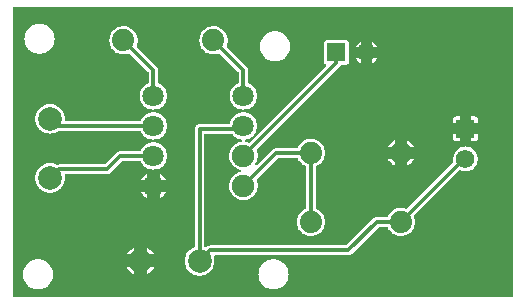
<source format=gbl>
G04 Layer: BottomLayer*
G04 EasyEDA v6.5.34, 2023-11-29 11:21:28*
G04 a3ad62460b0849ac923c3d987a2ed673,bee4cb2541bd470ea98a159692ad20ec,10*
G04 Gerber Generator version 0.2*
G04 Scale: 100 percent, Rotated: No, Reflected: No *
G04 Dimensions in millimeters *
G04 leading zeros omitted , absolute positions ,4 integer and 5 decimal *
%FSLAX45Y45*%
%MOMM*%

%ADD10C,0.3050*%
%ADD11C,1.8000*%
%ADD12C,1.9050*%
%ADD13R,1.5748X1.5748*%
%ADD14C,1.5748*%
%ADD15C,1.8796*%
%ADD16C,2.0000*%
%ADD17C,0.0160*%

%LPD*%
G36*
X798068Y4407408D02*
G01*
X794156Y4408170D01*
X790905Y4410405D01*
X788670Y4413656D01*
X787908Y4417568D01*
X787908Y6847331D01*
X788670Y6851243D01*
X790905Y6854494D01*
X794156Y6856730D01*
X798068Y6857492D01*
X5018532Y6857492D01*
X5022443Y6856730D01*
X5025694Y6854494D01*
X5027930Y6851243D01*
X5028692Y6847331D01*
X5028692Y4417568D01*
X5027930Y4413656D01*
X5025694Y4410405D01*
X5022443Y4408170D01*
X5018532Y4407408D01*
G37*

%LPC*%
G36*
X2997200Y4469892D02*
G01*
X3012592Y4470857D01*
X3027730Y4473600D01*
X3042412Y4478172D01*
X3056432Y4484522D01*
X3069640Y4492498D01*
X3081731Y4501997D01*
X3092602Y4512868D01*
X3102102Y4524959D01*
X3110077Y4538167D01*
X3116427Y4552188D01*
X3120999Y4566869D01*
X3123742Y4582007D01*
X3124708Y4597400D01*
X3123742Y4612792D01*
X3120999Y4627930D01*
X3116427Y4642612D01*
X3110077Y4656632D01*
X3102102Y4669840D01*
X3092602Y4681931D01*
X3081731Y4692802D01*
X3069640Y4702302D01*
X3056432Y4710277D01*
X3042412Y4716627D01*
X3027730Y4721199D01*
X3012592Y4723942D01*
X2997200Y4724908D01*
X2981807Y4723942D01*
X2966669Y4721199D01*
X2951988Y4716627D01*
X2937967Y4710277D01*
X2924759Y4702302D01*
X2912668Y4692802D01*
X2901797Y4681931D01*
X2892298Y4669840D01*
X2884322Y4656632D01*
X2877972Y4642612D01*
X2873400Y4627930D01*
X2870657Y4612792D01*
X2869692Y4597400D01*
X2870657Y4582007D01*
X2873400Y4566869D01*
X2877972Y4552188D01*
X2884322Y4538167D01*
X2892298Y4524959D01*
X2901797Y4512868D01*
X2912668Y4501997D01*
X2924759Y4492498D01*
X2937967Y4484522D01*
X2951988Y4478172D01*
X2966669Y4473600D01*
X2981807Y4470857D01*
G37*
G36*
X1003300Y4469892D02*
G01*
X1018692Y4470857D01*
X1033830Y4473600D01*
X1048512Y4478172D01*
X1062532Y4484522D01*
X1075740Y4492498D01*
X1087831Y4501997D01*
X1098702Y4512868D01*
X1108202Y4524959D01*
X1116177Y4538167D01*
X1122527Y4552188D01*
X1127099Y4566869D01*
X1129842Y4582007D01*
X1130808Y4597400D01*
X1129842Y4612792D01*
X1127099Y4627930D01*
X1122527Y4642612D01*
X1116177Y4656632D01*
X1108202Y4669840D01*
X1098702Y4681931D01*
X1087831Y4692802D01*
X1075740Y4702302D01*
X1062532Y4710277D01*
X1048512Y4716627D01*
X1033830Y4721199D01*
X1018692Y4723942D01*
X1003300Y4724908D01*
X987907Y4723942D01*
X972769Y4721199D01*
X958087Y4716627D01*
X944067Y4710277D01*
X930859Y4702302D01*
X918768Y4692802D01*
X907897Y4681931D01*
X898398Y4669840D01*
X890422Y4656632D01*
X884072Y4642612D01*
X879500Y4627930D01*
X876757Y4612792D01*
X875792Y4597400D01*
X876757Y4582007D01*
X879500Y4566869D01*
X884072Y4552188D01*
X890422Y4538167D01*
X898398Y4524959D01*
X907897Y4512868D01*
X918768Y4501997D01*
X930859Y4492498D01*
X944067Y4484522D01*
X958087Y4478172D01*
X972769Y4473600D01*
X987907Y4470857D01*
G37*
G36*
X2371344Y4585817D02*
G01*
X2386533Y4586732D01*
X2401468Y4589475D01*
X2415997Y4593996D01*
X2429865Y4600244D01*
X2442870Y4608118D01*
X2454808Y4617466D01*
X2465578Y4628235D01*
X2474925Y4640173D01*
X2482799Y4653178D01*
X2489047Y4667046D01*
X2493568Y4681575D01*
X2496312Y4696510D01*
X2497226Y4711700D01*
X2496312Y4726889D01*
X2493568Y4741824D01*
X2492197Y4746244D01*
X2491740Y4750003D01*
X2492756Y4753660D01*
X2494991Y4756708D01*
X2498191Y4758740D01*
X2501900Y4759452D01*
X3631692Y4759452D01*
X3640226Y4760264D01*
X3647948Y4762601D01*
X3655060Y4766411D01*
X3661664Y4771847D01*
X3887571Y4997754D01*
X3890873Y4999990D01*
X3894734Y5000752D01*
X3957421Y5000752D01*
X3961180Y5000040D01*
X3964432Y4997958D01*
X3966667Y4994808D01*
X3971086Y4985207D01*
X3978859Y4972659D01*
X3988104Y4961128D01*
X3998722Y4950866D01*
X4010507Y4941976D01*
X4023258Y4934610D01*
X4036872Y4928870D01*
X4051046Y4924806D01*
X4065625Y4922520D01*
X4080408Y4922062D01*
X4095089Y4923434D01*
X4109516Y4926584D01*
X4123436Y4931511D01*
X4136644Y4938115D01*
X4148937Y4946243D01*
X4160164Y4955844D01*
X4170070Y4966766D01*
X4178604Y4978806D01*
X4185615Y4991811D01*
X4190949Y5005578D01*
X4194505Y5019852D01*
X4196334Y5034534D01*
X4196334Y5049266D01*
X4194505Y5063947D01*
X4190949Y5078222D01*
X4187799Y5086248D01*
X4187139Y5090058D01*
X4187951Y5093868D01*
X4190136Y5097119D01*
X4570171Y5477154D01*
X4573676Y5479440D01*
X4577791Y5480151D01*
X4595723Y5474258D01*
X4609134Y5471566D01*
X4622800Y5470652D01*
X4636465Y5471566D01*
X4649876Y5474258D01*
X4662830Y5478627D01*
X4675124Y5484672D01*
X4686503Y5492292D01*
X4696764Y5501335D01*
X4705807Y5511596D01*
X4713427Y5522976D01*
X4719472Y5535269D01*
X4723841Y5548223D01*
X4726533Y5561634D01*
X4727448Y5575300D01*
X4726533Y5588965D01*
X4723841Y5602376D01*
X4719472Y5615330D01*
X4713427Y5627624D01*
X4705807Y5639003D01*
X4696764Y5649264D01*
X4686503Y5658307D01*
X4675124Y5665927D01*
X4662830Y5671972D01*
X4649876Y5676341D01*
X4636465Y5679033D01*
X4622800Y5679948D01*
X4609134Y5679033D01*
X4595723Y5676341D01*
X4582769Y5671972D01*
X4570476Y5665927D01*
X4559096Y5658307D01*
X4548835Y5649264D01*
X4539792Y5639003D01*
X4532172Y5627624D01*
X4526127Y5615330D01*
X4521758Y5602376D01*
X4519066Y5588965D01*
X4518152Y5575300D01*
X4519066Y5561634D01*
X4521200Y5550966D01*
X4521301Y5547664D01*
X4520336Y5544515D01*
X4518406Y5541822D01*
X4131970Y5155387D01*
X4128871Y5153253D01*
X4125163Y5152440D01*
X4121404Y5152999D01*
X4109516Y5157216D01*
X4095089Y5160365D01*
X4080408Y5161686D01*
X4065625Y5161280D01*
X4051046Y5158994D01*
X4036872Y5154930D01*
X4023258Y5149189D01*
X4010507Y5141823D01*
X3998722Y5132933D01*
X3988104Y5122672D01*
X3978859Y5111140D01*
X3971086Y5098592D01*
X3966667Y5088991D01*
X3964432Y5085842D01*
X3961180Y5083759D01*
X3957421Y5083048D01*
X3874008Y5083048D01*
X3865473Y5082235D01*
X3857751Y5079898D01*
X3850640Y5076088D01*
X3844036Y5070652D01*
X3618128Y4844745D01*
X3614826Y4842510D01*
X3610965Y4841748D01*
X2460752Y4841748D01*
X2452217Y4840935D01*
X2444496Y4838598D01*
X2437384Y4834788D01*
X2430475Y4829098D01*
X2427173Y4827270D01*
X2423464Y4826812D01*
X2418486Y4828286D01*
X2415336Y4830521D01*
X2413254Y4833772D01*
X2412492Y4837531D01*
X2412492Y5777992D01*
X2413254Y5781852D01*
X2415489Y5785154D01*
X2418791Y5787390D01*
X2422652Y5788152D01*
X2643428Y5788152D01*
X2646578Y5787644D01*
X2649372Y5786221D01*
X2651658Y5783935D01*
X2653893Y5780836D01*
X2663850Y5770219D01*
X2675077Y5760923D01*
X2687370Y5753150D01*
X2700528Y5746953D01*
X2714396Y5742432D01*
X2725521Y5740349D01*
X2729280Y5738774D01*
X2732176Y5735878D01*
X2733649Y5732068D01*
X2733497Y5728004D01*
X2731770Y5724296D01*
X2728722Y5721553D01*
X2724861Y5720283D01*
X2720949Y5719775D01*
X2706471Y5716117D01*
X2692552Y5710732D01*
X2679446Y5703671D01*
X2667254Y5695086D01*
X2656230Y5685028D01*
X2646527Y5673699D01*
X2638298Y5661253D01*
X2631643Y5647893D01*
X2626664Y5633872D01*
X2623515Y5619292D01*
X2622143Y5604408D01*
X2622600Y5589524D01*
X2624886Y5574792D01*
X2628950Y5560415D01*
X2634742Y5546699D01*
X2642209Y5533796D01*
X2651201Y5521909D01*
X2661564Y5511190D01*
X2673197Y5501843D01*
X2685897Y5493969D01*
X2699461Y5487720D01*
X2713482Y5483301D01*
X2717241Y5481116D01*
X2719730Y5477560D01*
X2720543Y5473293D01*
X2719476Y5469077D01*
X2716733Y5465673D01*
X2712872Y5463743D01*
X2706471Y5462117D01*
X2692552Y5456732D01*
X2679446Y5449671D01*
X2667254Y5441086D01*
X2656230Y5431028D01*
X2646527Y5419699D01*
X2638298Y5407253D01*
X2631643Y5393893D01*
X2626664Y5379872D01*
X2623515Y5365292D01*
X2622143Y5350408D01*
X2622600Y5335524D01*
X2624886Y5320792D01*
X2628950Y5306415D01*
X2634742Y5292699D01*
X2642209Y5279796D01*
X2651201Y5267909D01*
X2661564Y5257190D01*
X2673197Y5247843D01*
X2685897Y5239969D01*
X2699461Y5233720D01*
X2713634Y5229199D01*
X2728315Y5226456D01*
X2743200Y5225542D01*
X2758084Y5226456D01*
X2772765Y5229199D01*
X2786938Y5233720D01*
X2800502Y5239969D01*
X2813202Y5247843D01*
X2824835Y5257190D01*
X2835198Y5267909D01*
X2844190Y5279796D01*
X2851658Y5292699D01*
X2857449Y5306415D01*
X2861513Y5320792D01*
X2863799Y5335524D01*
X2864256Y5350408D01*
X2862884Y5365292D01*
X2859735Y5379872D01*
X2855264Y5392420D01*
X2854706Y5396179D01*
X2855569Y5399836D01*
X2857703Y5402986D01*
X3036671Y5581954D01*
X3039973Y5584190D01*
X3043834Y5584952D01*
X3195421Y5584952D01*
X3199180Y5584240D01*
X3202432Y5582158D01*
X3204667Y5579008D01*
X3209086Y5569407D01*
X3216859Y5556859D01*
X3226104Y5545328D01*
X3236722Y5535066D01*
X3248507Y5526176D01*
X3261258Y5518810D01*
X3267354Y5516219D01*
X3270605Y5514035D01*
X3272790Y5510733D01*
X3273552Y5506872D01*
X3273552Y5161127D01*
X3272790Y5157266D01*
X3270605Y5153964D01*
X3267354Y5151780D01*
X3261258Y5149189D01*
X3248507Y5141823D01*
X3236722Y5132933D01*
X3226104Y5122672D01*
X3216859Y5111140D01*
X3209086Y5098592D01*
X3202940Y5085181D01*
X3198469Y5071160D01*
X3195726Y5056632D01*
X3194812Y5041900D01*
X3195726Y5027168D01*
X3198469Y5012639D01*
X3202940Y4998618D01*
X3209086Y4985207D01*
X3216859Y4972659D01*
X3226104Y4961128D01*
X3236722Y4950866D01*
X3248507Y4941976D01*
X3261258Y4934610D01*
X3274872Y4928870D01*
X3289046Y4924806D01*
X3303625Y4922520D01*
X3318408Y4922062D01*
X3333089Y4923434D01*
X3347516Y4926584D01*
X3361436Y4931511D01*
X3374644Y4938115D01*
X3386937Y4946243D01*
X3398164Y4955844D01*
X3408070Y4966766D01*
X3416604Y4978806D01*
X3423615Y4991811D01*
X3428949Y5005578D01*
X3432505Y5019852D01*
X3434334Y5034534D01*
X3434334Y5049266D01*
X3432505Y5063947D01*
X3428949Y5078222D01*
X3423615Y5091988D01*
X3416604Y5104993D01*
X3408070Y5117033D01*
X3398164Y5127955D01*
X3386937Y5137556D01*
X3374644Y5145684D01*
X3361486Y5152237D01*
X3358489Y5154523D01*
X3356559Y5157673D01*
X3355848Y5161330D01*
X3355848Y5506669D01*
X3356559Y5510326D01*
X3358489Y5513476D01*
X3361486Y5515762D01*
X3374644Y5522315D01*
X3386937Y5530443D01*
X3398164Y5540044D01*
X3408070Y5550966D01*
X3416604Y5563006D01*
X3423615Y5576011D01*
X3428949Y5589778D01*
X3432505Y5604052D01*
X3434334Y5618734D01*
X3434334Y5633466D01*
X3432505Y5648147D01*
X3428949Y5662422D01*
X3423615Y5676188D01*
X3416604Y5689193D01*
X3408070Y5701233D01*
X3398164Y5712155D01*
X3386937Y5721756D01*
X3374644Y5729884D01*
X3361436Y5736488D01*
X3347516Y5741416D01*
X3333089Y5744565D01*
X3318408Y5745886D01*
X3303625Y5745480D01*
X3289046Y5743194D01*
X3274872Y5739130D01*
X3261258Y5733389D01*
X3248507Y5726023D01*
X3236722Y5717133D01*
X3226104Y5706872D01*
X3216859Y5695340D01*
X3209086Y5682792D01*
X3204667Y5673191D01*
X3202432Y5670042D01*
X3199180Y5667959D01*
X3195421Y5667248D01*
X3023108Y5667248D01*
X3014573Y5666435D01*
X3006852Y5664098D01*
X2999740Y5660288D01*
X2993136Y5654852D01*
X2860649Y5522366D01*
X2857144Y5520080D01*
X2853080Y5519369D01*
X2849067Y5520385D01*
X2845765Y5522925D01*
X2843733Y5526532D01*
X2843377Y5530646D01*
X2844647Y5534609D01*
X2851658Y5546699D01*
X2857449Y5560415D01*
X2861513Y5574792D01*
X2863799Y5589524D01*
X2864256Y5604408D01*
X2862884Y5619292D01*
X2859735Y5633872D01*
X2855264Y5646420D01*
X2854706Y5650179D01*
X2855569Y5653836D01*
X2857703Y5656986D01*
X3559352Y6358636D01*
X3564788Y6365240D01*
X3567937Y6369812D01*
X3571087Y6371691D01*
X3574643Y6372352D01*
X3608781Y6372352D01*
X3615080Y6373063D01*
X3620566Y6374993D01*
X3625443Y6378041D01*
X3629558Y6382156D01*
X3632606Y6387033D01*
X3634536Y6392519D01*
X3635248Y6398818D01*
X3635248Y6555181D01*
X3634536Y6561480D01*
X3632606Y6566966D01*
X3629558Y6571843D01*
X3625443Y6575958D01*
X3620566Y6579006D01*
X3615080Y6580936D01*
X3608781Y6581648D01*
X3452418Y6581648D01*
X3446119Y6580936D01*
X3440633Y6579006D01*
X3435756Y6575958D01*
X3431641Y6571843D01*
X3428593Y6566966D01*
X3426663Y6561480D01*
X3425951Y6555181D01*
X3425951Y6398818D01*
X3426663Y6392519D01*
X3428593Y6387033D01*
X3431641Y6382156D01*
X3435756Y6378041D01*
X3441293Y6374587D01*
X3443986Y6372098D01*
X3445611Y6368897D01*
X3446018Y6365290D01*
X3445154Y6361785D01*
X3443071Y6358788D01*
X2799384Y5715101D01*
X2796184Y5712917D01*
X2792374Y5712104D01*
X2788513Y5712815D01*
X2779928Y5716117D01*
X2765450Y5719775D01*
X2761538Y5720283D01*
X2757678Y5721553D01*
X2754630Y5724296D01*
X2752902Y5728004D01*
X2752750Y5732068D01*
X2754223Y5735878D01*
X2757119Y5738774D01*
X2760878Y5740349D01*
X2772003Y5742432D01*
X2785872Y5746953D01*
X2799029Y5753150D01*
X2811322Y5760923D01*
X2822549Y5770219D01*
X2832506Y5780836D01*
X2841040Y5792622D01*
X2848051Y5805373D01*
X2853436Y5818886D01*
X2857042Y5833008D01*
X2858871Y5847435D01*
X2858871Y5861964D01*
X2857042Y5876391D01*
X2853436Y5890514D01*
X2848051Y5904026D01*
X2841040Y5916777D01*
X2832506Y5928563D01*
X2822549Y5939180D01*
X2811322Y5948476D01*
X2799029Y5956249D01*
X2785872Y5962446D01*
X2772003Y5966968D01*
X2757728Y5969660D01*
X2743200Y5970574D01*
X2728671Y5969660D01*
X2714396Y5966968D01*
X2700528Y5962446D01*
X2687370Y5956249D01*
X2675077Y5948476D01*
X2663850Y5939180D01*
X2653893Y5928563D01*
X2645359Y5916777D01*
X2638348Y5904026D01*
X2632964Y5890514D01*
X2629814Y5878068D01*
X2627782Y5874156D01*
X2624277Y5871413D01*
X2619959Y5870448D01*
X2371852Y5870448D01*
X2363317Y5869635D01*
X2355596Y5867298D01*
X2348484Y5863488D01*
X2342286Y5858357D01*
X2337155Y5852160D01*
X2333345Y5845048D01*
X2331008Y5837326D01*
X2330196Y5828792D01*
X2330196Y4837531D01*
X2329434Y4833772D01*
X2327351Y4830521D01*
X2324201Y4828286D01*
X2312822Y4823155D01*
X2299817Y4815281D01*
X2287879Y4805934D01*
X2277110Y4795164D01*
X2267762Y4783226D01*
X2259888Y4770221D01*
X2253640Y4756353D01*
X2249119Y4741824D01*
X2246376Y4726889D01*
X2245461Y4711700D01*
X2246376Y4696510D01*
X2249119Y4681575D01*
X2253640Y4667046D01*
X2259888Y4653178D01*
X2267762Y4640173D01*
X2277110Y4628235D01*
X2287879Y4617466D01*
X2299817Y4608118D01*
X2312822Y4600244D01*
X2326690Y4593996D01*
X2341219Y4589475D01*
X2356154Y4586732D01*
G37*
G36*
X1926793Y4599279D02*
G01*
X1928977Y4600244D01*
X1941982Y4608118D01*
X1953920Y4617466D01*
X1964689Y4628235D01*
X1974037Y4640173D01*
X1981911Y4653178D01*
X1982876Y4655362D01*
X1926793Y4655362D01*
G37*
G36*
X1814118Y4599279D02*
G01*
X1814118Y4655362D01*
X1758035Y4655362D01*
X1759000Y4653178D01*
X1766874Y4640173D01*
X1776222Y4628235D01*
X1786991Y4617466D01*
X1798929Y4608118D01*
X1811934Y4600244D01*
G37*
G36*
X1758035Y4768037D02*
G01*
X1814118Y4768037D01*
X1814118Y4824120D01*
X1811934Y4823155D01*
X1798929Y4815281D01*
X1786991Y4805934D01*
X1776222Y4795164D01*
X1766874Y4783226D01*
X1759000Y4770221D01*
G37*
G36*
X1926793Y4768037D02*
G01*
X1982876Y4768037D01*
X1981911Y4770221D01*
X1974037Y4783226D01*
X1964689Y4795164D01*
X1953920Y4805934D01*
X1941982Y4815281D01*
X1928977Y4823155D01*
X1926793Y4824120D01*
G37*
G36*
X1929841Y5243017D02*
G01*
X1929841Y5295341D01*
X1877466Y5295341D01*
X1883359Y5284622D01*
X1891893Y5272836D01*
X1901850Y5262219D01*
X1913077Y5252923D01*
X1925370Y5245150D01*
G37*
G36*
X2032558Y5243017D02*
G01*
X2037029Y5245150D01*
X2049322Y5252923D01*
X2060549Y5262219D01*
X2070506Y5272836D01*
X2079040Y5284622D01*
X2084933Y5295341D01*
X2032558Y5295341D01*
G37*
G36*
X1104900Y5287873D02*
G01*
X1120089Y5288788D01*
X1135024Y5291531D01*
X1149553Y5296052D01*
X1163421Y5302300D01*
X1176426Y5310174D01*
X1188364Y5319522D01*
X1199134Y5330291D01*
X1208481Y5342229D01*
X1216355Y5355234D01*
X1222603Y5369102D01*
X1227124Y5383631D01*
X1229868Y5398566D01*
X1230782Y5413756D01*
X1229868Y5428945D01*
X1229055Y5433263D01*
X1229258Y5437682D01*
X1231290Y5441594D01*
X1234744Y5444286D01*
X1239062Y5445252D01*
X1586992Y5445252D01*
X1595526Y5446064D01*
X1603248Y5448401D01*
X1610360Y5452211D01*
X1616964Y5457647D01*
X1715871Y5556554D01*
X1719173Y5558790D01*
X1723034Y5559552D01*
X1866188Y5559552D01*
X1870151Y5558739D01*
X1873453Y5556504D01*
X1875637Y5553100D01*
X1876348Y5551373D01*
X1883359Y5538622D01*
X1891893Y5526836D01*
X1901850Y5516219D01*
X1913077Y5506923D01*
X1925370Y5499150D01*
X1938528Y5492953D01*
X1952396Y5488432D01*
X1966671Y5485739D01*
X1981200Y5484825D01*
X1995728Y5485739D01*
X2010003Y5488432D01*
X2023872Y5492953D01*
X2037029Y5499150D01*
X2049322Y5506923D01*
X2060549Y5516219D01*
X2070506Y5526836D01*
X2079040Y5538622D01*
X2086051Y5551373D01*
X2091436Y5564886D01*
X2095042Y5579008D01*
X2096871Y5593435D01*
X2096871Y5607964D01*
X2095042Y5622391D01*
X2091436Y5636514D01*
X2086051Y5650026D01*
X2079040Y5662777D01*
X2070506Y5674563D01*
X2060549Y5685180D01*
X2049322Y5694476D01*
X2037029Y5702249D01*
X2023872Y5708446D01*
X2010003Y5712968D01*
X1995728Y5715660D01*
X1981200Y5716574D01*
X1966671Y5715660D01*
X1952396Y5712968D01*
X1938528Y5708446D01*
X1925370Y5702249D01*
X1913077Y5694476D01*
X1901850Y5685180D01*
X1891893Y5674563D01*
X1883359Y5662777D01*
X1876348Y5650026D01*
X1875637Y5648299D01*
X1873453Y5644896D01*
X1870151Y5642660D01*
X1866188Y5641848D01*
X1702307Y5641848D01*
X1693773Y5641035D01*
X1686052Y5638698D01*
X1678939Y5634888D01*
X1672336Y5629452D01*
X1573428Y5530545D01*
X1570126Y5528310D01*
X1566265Y5527548D01*
X1178052Y5527548D01*
X1169517Y5526735D01*
X1167536Y5526125D01*
X1163929Y5525719D01*
X1160424Y5526582D01*
X1149553Y5531459D01*
X1135024Y5535980D01*
X1120089Y5538724D01*
X1104900Y5539638D01*
X1089710Y5538724D01*
X1074775Y5535980D01*
X1060246Y5531459D01*
X1046378Y5525211D01*
X1033373Y5517337D01*
X1021435Y5507990D01*
X1010666Y5497220D01*
X1001318Y5485282D01*
X993444Y5472277D01*
X987196Y5458409D01*
X982675Y5443880D01*
X979932Y5428945D01*
X979017Y5413756D01*
X979932Y5398566D01*
X982675Y5383631D01*
X987196Y5369102D01*
X993444Y5355234D01*
X1001318Y5342229D01*
X1010666Y5330291D01*
X1021435Y5319522D01*
X1033373Y5310174D01*
X1046378Y5302300D01*
X1060246Y5296052D01*
X1074775Y5291531D01*
X1089710Y5288788D01*
G37*
G36*
X1877466Y5398058D02*
G01*
X1929841Y5398058D01*
X1929841Y5450382D01*
X1925370Y5448249D01*
X1913077Y5440476D01*
X1901850Y5431180D01*
X1891893Y5420563D01*
X1883359Y5408777D01*
G37*
G36*
X2032558Y5398058D02*
G01*
X2084933Y5398058D01*
X2079040Y5408777D01*
X2070506Y5420563D01*
X2060549Y5431180D01*
X2049322Y5440476D01*
X2037029Y5448249D01*
X2032558Y5450382D01*
G37*
G36*
X4023360Y5518759D02*
G01*
X4023360Y5572760D01*
X3969562Y5572760D01*
X3971086Y5569407D01*
X3978859Y5556859D01*
X3988104Y5545328D01*
X3998722Y5535066D01*
X4010507Y5526176D01*
G37*
G36*
X4130040Y5519013D02*
G01*
X4136644Y5522315D01*
X4148937Y5530443D01*
X4160164Y5540044D01*
X4170070Y5550966D01*
X4178604Y5563006D01*
X4183837Y5572760D01*
X4130040Y5572760D01*
G37*
G36*
X4130040Y5679440D02*
G01*
X4183837Y5679440D01*
X4178604Y5689193D01*
X4170070Y5701233D01*
X4160164Y5712155D01*
X4148937Y5721756D01*
X4136644Y5729884D01*
X4130040Y5733186D01*
G37*
G36*
X3969562Y5679440D02*
G01*
X4023360Y5679440D01*
X4023360Y5733440D01*
X4010507Y5726023D01*
X3998722Y5717133D01*
X3988104Y5706872D01*
X3978859Y5695340D01*
X3971086Y5682792D01*
G37*
G36*
X4544618Y5724652D02*
G01*
X4577080Y5724652D01*
X4577080Y5783580D01*
X4518152Y5783580D01*
X4518152Y5751118D01*
X4518863Y5744819D01*
X4520793Y5739333D01*
X4523841Y5734456D01*
X4527956Y5730341D01*
X4532833Y5727293D01*
X4538319Y5725363D01*
G37*
G36*
X4668520Y5724652D02*
G01*
X4700981Y5724652D01*
X4707280Y5725363D01*
X4712766Y5727293D01*
X4717643Y5730341D01*
X4721758Y5734456D01*
X4724806Y5739333D01*
X4726736Y5744819D01*
X4727448Y5751118D01*
X4727448Y5783580D01*
X4668520Y5783580D01*
G37*
G36*
X1981200Y5738825D02*
G01*
X1995728Y5739739D01*
X2010003Y5742432D01*
X2023872Y5746953D01*
X2037029Y5753150D01*
X2049322Y5760923D01*
X2060549Y5770219D01*
X2070506Y5780836D01*
X2079040Y5792622D01*
X2086051Y5805373D01*
X2091436Y5818886D01*
X2095042Y5833008D01*
X2096871Y5847435D01*
X2096871Y5861964D01*
X2095042Y5876391D01*
X2091436Y5890514D01*
X2086051Y5904026D01*
X2079040Y5916777D01*
X2070506Y5928563D01*
X2060549Y5939180D01*
X2049322Y5948476D01*
X2037029Y5956249D01*
X2023872Y5962446D01*
X2010003Y5966968D01*
X1995728Y5969660D01*
X1981200Y5970574D01*
X1966671Y5969660D01*
X1952396Y5966968D01*
X1938528Y5962446D01*
X1925370Y5956249D01*
X1913077Y5948476D01*
X1901850Y5939180D01*
X1891893Y5928563D01*
X1883359Y5916777D01*
X1876348Y5904026D01*
X1875637Y5902299D01*
X1873453Y5898896D01*
X1870151Y5896660D01*
X1866188Y5895848D01*
X1240434Y5895848D01*
X1236421Y5896711D01*
X1233068Y5899048D01*
X1230884Y5902553D01*
X1230325Y5906617D01*
X1230782Y5914644D01*
X1229868Y5929833D01*
X1227124Y5944768D01*
X1222603Y5959297D01*
X1216355Y5973165D01*
X1208481Y5986170D01*
X1199134Y5998108D01*
X1188364Y6008878D01*
X1176426Y6018225D01*
X1163421Y6026099D01*
X1149553Y6032347D01*
X1135024Y6036868D01*
X1120089Y6039612D01*
X1104900Y6040526D01*
X1089710Y6039612D01*
X1074775Y6036868D01*
X1060246Y6032347D01*
X1046378Y6026099D01*
X1033373Y6018225D01*
X1021435Y6008878D01*
X1010666Y5998108D01*
X1001318Y5986170D01*
X993444Y5973165D01*
X987196Y5959297D01*
X982675Y5944768D01*
X979932Y5929833D01*
X979017Y5914644D01*
X979932Y5899454D01*
X982675Y5884519D01*
X987196Y5869990D01*
X993444Y5856122D01*
X1001318Y5843117D01*
X1010666Y5831179D01*
X1021435Y5820410D01*
X1033373Y5811062D01*
X1046378Y5803188D01*
X1060246Y5796940D01*
X1074775Y5792419D01*
X1089710Y5789676D01*
X1104900Y5788761D01*
X1120089Y5789676D01*
X1135024Y5792419D01*
X1149553Y5796940D01*
X1163421Y5803188D01*
X1179779Y5812993D01*
X1183132Y5813552D01*
X1866188Y5813552D01*
X1870151Y5812739D01*
X1873453Y5810504D01*
X1875637Y5807100D01*
X1876348Y5805373D01*
X1883359Y5792622D01*
X1891893Y5780836D01*
X1901850Y5770219D01*
X1913077Y5760923D01*
X1925370Y5753150D01*
X1938528Y5746953D01*
X1952396Y5742432D01*
X1966671Y5739739D01*
G37*
G36*
X4518152Y5875020D02*
G01*
X4577080Y5875020D01*
X4577080Y5933948D01*
X4544618Y5933948D01*
X4538319Y5933236D01*
X4532833Y5931306D01*
X4527956Y5928258D01*
X4523841Y5924143D01*
X4520793Y5919266D01*
X4518863Y5913780D01*
X4518152Y5907481D01*
G37*
G36*
X4668520Y5875020D02*
G01*
X4727448Y5875020D01*
X4727448Y5907481D01*
X4726736Y5913780D01*
X4724806Y5919266D01*
X4721758Y5924143D01*
X4717643Y5928258D01*
X4712766Y5931306D01*
X4707280Y5933236D01*
X4700981Y5933948D01*
X4668520Y5933948D01*
G37*
G36*
X1981200Y5992825D02*
G01*
X1995728Y5993739D01*
X2010003Y5996432D01*
X2023872Y6000953D01*
X2037029Y6007150D01*
X2049322Y6014923D01*
X2060549Y6024219D01*
X2070506Y6034836D01*
X2079040Y6046622D01*
X2086051Y6059373D01*
X2091436Y6072886D01*
X2095042Y6087008D01*
X2096871Y6101435D01*
X2096871Y6115964D01*
X2095042Y6130391D01*
X2091436Y6144514D01*
X2086051Y6158026D01*
X2079040Y6170777D01*
X2070506Y6182563D01*
X2060549Y6193180D01*
X2049322Y6202476D01*
X2037029Y6210249D01*
X2028189Y6214414D01*
X2025091Y6216650D01*
X2023059Y6219850D01*
X2022348Y6223609D01*
X2022348Y6324092D01*
X2021535Y6332626D01*
X2019198Y6340348D01*
X2015388Y6347460D01*
X2009952Y6354064D01*
X1840738Y6523278D01*
X1838502Y6526682D01*
X1837791Y6530695D01*
X1838960Y6535318D01*
X1843430Y6549339D01*
X1846173Y6563868D01*
X1847088Y6578600D01*
X1846173Y6593331D01*
X1843430Y6607860D01*
X1838960Y6621881D01*
X1832813Y6635292D01*
X1825040Y6647840D01*
X1815795Y6659372D01*
X1805178Y6669633D01*
X1793392Y6678523D01*
X1780641Y6685889D01*
X1767027Y6691630D01*
X1752854Y6695694D01*
X1738274Y6697980D01*
X1723491Y6698386D01*
X1708810Y6697065D01*
X1694383Y6693916D01*
X1680464Y6688988D01*
X1667256Y6682384D01*
X1654962Y6674256D01*
X1643735Y6664655D01*
X1633829Y6653733D01*
X1625295Y6641693D01*
X1618284Y6628688D01*
X1612950Y6614922D01*
X1609394Y6600647D01*
X1607566Y6585966D01*
X1607566Y6571234D01*
X1609394Y6556552D01*
X1612950Y6542278D01*
X1618284Y6528511D01*
X1625295Y6515506D01*
X1633829Y6503466D01*
X1643735Y6492544D01*
X1654962Y6482943D01*
X1667256Y6474815D01*
X1680464Y6468211D01*
X1694383Y6463284D01*
X1708810Y6460134D01*
X1723491Y6458762D01*
X1738274Y6459220D01*
X1752854Y6461506D01*
X1767027Y6465570D01*
X1771294Y6467348D01*
X1775206Y6468160D01*
X1779117Y6467398D01*
X1782419Y6465163D01*
X1937054Y6310528D01*
X1939289Y6307226D01*
X1940052Y6303365D01*
X1940052Y6223609D01*
X1939340Y6219850D01*
X1937308Y6216650D01*
X1934210Y6214414D01*
X1925370Y6210249D01*
X1913077Y6202476D01*
X1901850Y6193180D01*
X1891893Y6182563D01*
X1883359Y6170777D01*
X1876348Y6158026D01*
X1870964Y6144514D01*
X1867357Y6130391D01*
X1865528Y6115964D01*
X1865528Y6101435D01*
X1867357Y6087008D01*
X1870964Y6072886D01*
X1876348Y6059373D01*
X1883359Y6046622D01*
X1891893Y6034836D01*
X1901850Y6024219D01*
X1913077Y6014923D01*
X1925370Y6007150D01*
X1938528Y6000953D01*
X1952396Y5996432D01*
X1966671Y5993739D01*
G37*
G36*
X2743200Y5992825D02*
G01*
X2757728Y5993739D01*
X2772003Y5996432D01*
X2785872Y6000953D01*
X2799029Y6007150D01*
X2811322Y6014923D01*
X2822549Y6024219D01*
X2832506Y6034836D01*
X2841040Y6046622D01*
X2848051Y6059373D01*
X2853436Y6072886D01*
X2857042Y6087008D01*
X2858871Y6101435D01*
X2858871Y6115964D01*
X2857042Y6130391D01*
X2853436Y6144514D01*
X2848051Y6158026D01*
X2841040Y6170777D01*
X2832506Y6182563D01*
X2822549Y6193180D01*
X2811322Y6202476D01*
X2799029Y6210249D01*
X2790190Y6214414D01*
X2787091Y6216650D01*
X2785059Y6219850D01*
X2784348Y6223609D01*
X2784348Y6324092D01*
X2783535Y6332626D01*
X2781198Y6340348D01*
X2777388Y6347460D01*
X2771952Y6354064D01*
X2602738Y6523278D01*
X2600502Y6526682D01*
X2599791Y6530695D01*
X2600960Y6535318D01*
X2605430Y6549339D01*
X2608173Y6563868D01*
X2609088Y6578600D01*
X2608173Y6593331D01*
X2605430Y6607860D01*
X2600960Y6621881D01*
X2594813Y6635292D01*
X2587040Y6647840D01*
X2577795Y6659372D01*
X2567178Y6669633D01*
X2555392Y6678523D01*
X2542641Y6685889D01*
X2529027Y6691630D01*
X2514854Y6695694D01*
X2500274Y6697980D01*
X2485491Y6698386D01*
X2470810Y6697065D01*
X2456383Y6693916D01*
X2442464Y6688988D01*
X2429256Y6682384D01*
X2416962Y6674256D01*
X2405735Y6664655D01*
X2395829Y6653733D01*
X2387295Y6641693D01*
X2380284Y6628688D01*
X2374950Y6614922D01*
X2371394Y6600647D01*
X2369566Y6585966D01*
X2369566Y6571234D01*
X2371394Y6556552D01*
X2374950Y6542278D01*
X2380284Y6528511D01*
X2387295Y6515506D01*
X2395829Y6503466D01*
X2405735Y6492544D01*
X2416962Y6482943D01*
X2429256Y6474815D01*
X2442464Y6468211D01*
X2456383Y6463284D01*
X2470810Y6460134D01*
X2485491Y6458762D01*
X2500274Y6459220D01*
X2514854Y6461506D01*
X2529027Y6465570D01*
X2533294Y6467348D01*
X2537206Y6468160D01*
X2541117Y6467398D01*
X2544419Y6465163D01*
X2699054Y6310528D01*
X2701290Y6307226D01*
X2702052Y6303365D01*
X2702052Y6223609D01*
X2701340Y6219850D01*
X2699308Y6216650D01*
X2696210Y6214414D01*
X2687370Y6210249D01*
X2675077Y6202476D01*
X2663850Y6193180D01*
X2653893Y6182563D01*
X2645359Y6170777D01*
X2638348Y6158026D01*
X2632964Y6144514D01*
X2629357Y6130391D01*
X2627528Y6115964D01*
X2627528Y6101435D01*
X2629357Y6087008D01*
X2632964Y6072886D01*
X2638348Y6059373D01*
X2645359Y6046622D01*
X2653893Y6034836D01*
X2663850Y6024219D01*
X2675077Y6014923D01*
X2687370Y6007150D01*
X2700528Y6000953D01*
X2714396Y5996432D01*
X2728671Y5993739D01*
G37*
G36*
X3830320Y6383121D02*
G01*
X3836924Y6386372D01*
X3848303Y6393992D01*
X3858564Y6403035D01*
X3867607Y6413296D01*
X3875227Y6424676D01*
X3878478Y6431280D01*
X3830320Y6431280D01*
G37*
G36*
X3738879Y6383121D02*
G01*
X3738879Y6431280D01*
X3690721Y6431280D01*
X3693972Y6424676D01*
X3701592Y6413296D01*
X3710635Y6403035D01*
X3720896Y6393992D01*
X3732276Y6386372D01*
G37*
G36*
X3009900Y6400292D02*
G01*
X3025292Y6401257D01*
X3040430Y6404000D01*
X3055112Y6408572D01*
X3069132Y6414922D01*
X3082340Y6422898D01*
X3094431Y6432397D01*
X3105302Y6443268D01*
X3114802Y6455359D01*
X3122777Y6468567D01*
X3129127Y6482588D01*
X3133699Y6497269D01*
X3136442Y6512407D01*
X3137408Y6527800D01*
X3136442Y6543192D01*
X3133699Y6558330D01*
X3129127Y6573012D01*
X3122777Y6587032D01*
X3114802Y6600240D01*
X3105302Y6612331D01*
X3094431Y6623202D01*
X3082340Y6632702D01*
X3069132Y6640677D01*
X3055112Y6647027D01*
X3040430Y6651599D01*
X3025292Y6654342D01*
X3009900Y6655308D01*
X2994507Y6654342D01*
X2979369Y6651599D01*
X2964688Y6647027D01*
X2950667Y6640677D01*
X2937459Y6632702D01*
X2925368Y6623202D01*
X2914497Y6612331D01*
X2904998Y6600240D01*
X2897022Y6587032D01*
X2890672Y6573012D01*
X2886100Y6558330D01*
X2883357Y6543192D01*
X2882392Y6527800D01*
X2883357Y6512407D01*
X2886100Y6497269D01*
X2890672Y6482588D01*
X2897022Y6468567D01*
X2904998Y6455359D01*
X2914497Y6443268D01*
X2925368Y6432397D01*
X2937459Y6422898D01*
X2950667Y6414922D01*
X2964688Y6408572D01*
X2979369Y6404000D01*
X2994507Y6401257D01*
G37*
G36*
X1016000Y6463792D02*
G01*
X1031392Y6464757D01*
X1046530Y6467500D01*
X1061212Y6472072D01*
X1075232Y6478422D01*
X1088440Y6486398D01*
X1100531Y6495897D01*
X1111402Y6506768D01*
X1120902Y6518859D01*
X1128877Y6532067D01*
X1135227Y6546088D01*
X1139799Y6560769D01*
X1142542Y6575907D01*
X1143508Y6591300D01*
X1142542Y6606692D01*
X1139799Y6621830D01*
X1135227Y6636512D01*
X1128877Y6650532D01*
X1120902Y6663740D01*
X1111402Y6675831D01*
X1100531Y6686702D01*
X1088440Y6696202D01*
X1075232Y6704177D01*
X1061212Y6710527D01*
X1046530Y6715099D01*
X1031392Y6717842D01*
X1016000Y6718808D01*
X1000607Y6717842D01*
X985469Y6715099D01*
X970787Y6710527D01*
X956767Y6704177D01*
X943559Y6696202D01*
X931468Y6686702D01*
X920597Y6675831D01*
X911098Y6663740D01*
X903122Y6650532D01*
X896772Y6636512D01*
X892200Y6621830D01*
X889457Y6606692D01*
X888492Y6591300D01*
X889457Y6575907D01*
X892200Y6560769D01*
X896772Y6546088D01*
X903122Y6532067D01*
X911098Y6518859D01*
X920597Y6506768D01*
X931468Y6495897D01*
X943559Y6486398D01*
X956767Y6478422D01*
X970787Y6472072D01*
X985469Y6467500D01*
X1000607Y6464757D01*
G37*
G36*
X3690721Y6522720D02*
G01*
X3738879Y6522720D01*
X3738879Y6570878D01*
X3732276Y6567627D01*
X3720896Y6560007D01*
X3710635Y6550964D01*
X3701592Y6540703D01*
X3693972Y6529324D01*
G37*
G36*
X3830320Y6522720D02*
G01*
X3878478Y6522720D01*
X3875227Y6529324D01*
X3867607Y6540703D01*
X3858564Y6550964D01*
X3848303Y6560007D01*
X3836924Y6567627D01*
X3830320Y6570878D01*
G37*

%LPD*%
D10*
X2371343Y4711700D02*
G01*
X2371343Y5829300D01*
X2717800Y5829300D01*
X2743200Y5854700D01*
X4076700Y5041900D02*
G01*
X3873500Y5041900D01*
X3632200Y4800600D01*
X2460243Y4800600D01*
X2371343Y4711700D01*
X3530600Y6477000D02*
G01*
X3530600Y6388100D01*
X2743200Y5600700D01*
X3314700Y5626100D02*
G01*
X3022600Y5626100D01*
X2743200Y5346700D01*
X3314700Y5041900D02*
G01*
X3314700Y5626100D01*
X4622800Y5575300D02*
G01*
X4610100Y5575300D01*
X4076700Y5041900D01*
X1981200Y5600700D02*
G01*
X1701800Y5600700D01*
X1587500Y5486400D01*
X1177544Y5486400D01*
X1104900Y5413755D01*
X1981200Y5854700D02*
G01*
X1164844Y5854700D01*
X1104900Y5914644D01*
X1981200Y6108700D02*
G01*
X1981200Y6324600D01*
X1727200Y6578600D01*
X2743200Y6108700D02*
G01*
X2743200Y6324600D01*
X2489200Y6578600D01*
D11*
G01*
X1981200Y6108700D03*
G01*
X1981200Y5854700D03*
G01*
X1981200Y5600700D03*
G01*
X1981200Y5346700D03*
D12*
G01*
X2743200Y5346700D03*
D11*
G01*
X2743200Y5854700D03*
G01*
X2743200Y6108700D03*
D12*
G01*
X2743200Y5600700D03*
D13*
G01*
X4622800Y5829300D03*
D14*
G01*
X4622800Y5575300D03*
D13*
G01*
X3530600Y6477000D03*
D14*
G01*
X3784600Y6477000D03*
D15*
G01*
X4076700Y5041900D03*
G01*
X3314700Y5041900D03*
G01*
X4076700Y5626100D03*
G01*
X3314700Y5626100D03*
G01*
X1727200Y6578600D03*
G01*
X2489200Y6578600D03*
D16*
G01*
X1870455Y4711700D03*
G01*
X2371343Y4711700D03*
G01*
X1104900Y5914644D03*
G01*
X1104900Y5413755D03*
M02*

</source>
